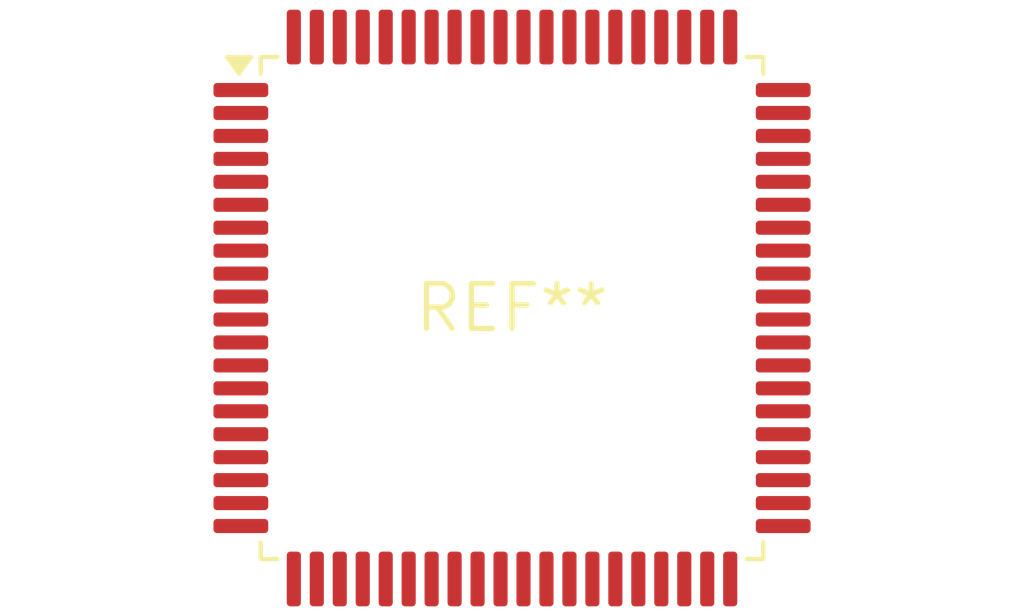
<source format=kicad_pcb>
(kicad_pcb (version 20240108) (generator pcbnew)
  (layers (0 "F.Cu" signal) (31 "B.Cu" signal) (34 "B.Paste" user) (35 "F.Paste" user) (36 "B.SilkS" user "B.Silkscreen") (37 "F.SilkS" user "F.Silkscreen") (38 "B.Mask" user) (39 "F.Mask" user) (44 "Edge.Cuts" user))
  (net 0 "")
  (footprint "LQFP-80_14x14mm_P0.65mm" (layer "F.Cu") (at 0 0)
    (property "Reference" "REF**")
    (property "Value" "LQFP-80_14x14mm_P0.65mm")
    (fp_line (start -7.11 -7.11) (end -7.11 -6.635) (layer "F.SilkS") (stroke (width 0.12)))
    (fp_line (start -7.11 7.11) (end -7.11 6.635) (layer "F.SilkS") (stroke (width 0.12)))
    (fp_line (start -6.635 -7.11) (end -7.11 -7.11) (layer "F.SilkS") (stroke (width 0.12)))
    (fp_line (start -6.635 7.11) (end -7.11 7.11) (layer "F.SilkS") (stroke (width 0.12)))
    (fp_line (start 6.635 -7.11) (end 7.11 -7.11) (layer "F.SilkS") (stroke (width 0.12)))
    (fp_line (start 6.635 7.11) (end 7.11 7.11) (layer "F.SilkS") (stroke (width 0.12)))
    (fp_line (start 7.11 -7.11) (end 7.11 -6.635) (layer "F.SilkS") (stroke (width 0.12)))
    (fp_line (start 7.11 7.11) (end 7.11 6.635) (layer "F.SilkS") (stroke (width 0.12)))
    (fp_poly (pts (xy -7.725 -6.635) (xy -8.065 -7.105) (xy -7.385 -7.105) (xy -7.725 -6.635)) (layer "F.SilkS") (stroke (width 0.12)) (fill solid))
    (pad "1" smd roundrect (at -7.675 -6.175) (size 1.55 0.4) (layers "F.Cu" "F.Paste" "F.Mask"))
    (pad "2" smd roundrect (at -7.675 -5.525) (size 1.55 0.4) (layers "F.Cu" "F.Paste" "F.Mask"))
    (pad "3" smd roundrect (at -7.675 -4.875) (size 1.55 0.4) (layers "F.Cu" "F.Paste" "F.Mask"))
    (pad "4" smd roundrect (at -7.675 -4.225) (size 1.55 0.4) (layers "F.Cu" "F.Paste" "F.Mask"))
    (pad "5" smd roundrect (at -7.675 -3.575) (size 1.55 0.4) (layers "F.Cu" "F.Paste" "F.Mask"))
    (pad "6" smd roundrect (at -7.675 -2.925) (size 1.55 0.4) (layers "F.Cu" "F.Paste" "F.Mask"))
    (pad "7" smd roundrect (at -7.675 -2.275) (size 1.55 0.4) (layers "F.Cu" "F.Paste" "F.Mask"))
    (pad "8" smd roundrect (at -7.675 -1.625) (size 1.55 0.4) (layers "F.Cu" "F.Paste" "F.Mask"))
    (pad "9" smd roundrect (at -7.675 -0.975) (size 1.55 0.4) (layers "F.Cu" "F.Paste" "F.Mask"))
    (pad "10" smd roundrect (at -7.675 -0.325) (size 1.55 0.4) (layers "F.Cu" "F.Paste" "F.Mask"))
    (pad "11" smd roundrect (at -7.675 0.325) (size 1.55 0.4) (layers "F.Cu" "F.Paste" "F.Mask"))
    (pad "12" smd roundrect (at -7.675 0.975) (size 1.55 0.4) (layers "F.Cu" "F.Paste" "F.Mask"))
    (pad "13" smd roundrect (at -7.675 1.625) (size 1.55 0.4) (layers "F.Cu" "F.Paste" "F.Mask"))
    (pad "14" smd roundrect (at -7.675 2.275) (size 1.55 0.4) (layers "F.Cu" "F.Paste" "F.Mask"))
    (pad "15" smd roundrect (at -7.675 2.925) (size 1.55 0.4) (layers "F.Cu" "F.Paste" "F.Mask"))
    (pad "16" smd roundrect (at -7.675 3.575) (size 1.55 0.4) (layers "F.Cu" "F.Paste" "F.Mask"))
    (pad "17" smd roundrect (at -7.675 4.225) (size 1.55 0.4) (layers "F.Cu" "F.Paste" "F.Mask"))
    (pad "18" smd roundrect (at -7.675 4.875) (size 1.55 0.4) (layers "F.Cu" "F.Paste" "F.Mask"))
    (pad "19" smd roundrect (at -7.675 5.525) (size 1.55 0.4) (layers "F.Cu" "F.Paste" "F.Mask"))
    (pad "20" smd roundrect (at -7.675 6.175) (size 1.55 0.4) (layers "F.Cu" "F.Paste" "F.Mask"))
    (pad "21" smd roundrect (at -6.175 7.675) (size 0.4 1.55) (layers "F.Cu" "F.Paste" "F.Mask"))
    (pad "22" smd roundrect (at -5.525 7.675) (size 0.4 1.55) (layers "F.Cu" "F.Paste" "F.Mask"))
    (pad "23" smd roundrect (at -4.875 7.675) (size 0.4 1.55) (layers "F.Cu" "F.Paste" "F.Mask"))
    (pad "24" smd roundrect (at -4.225 7.675) (size 0.4 1.55) (layers "F.Cu" "F.Paste" "F.Mask"))
    (pad "25" smd roundrect (at -3.575 7.675) (size 0.4 1.55) (layers "F.Cu" "F.Paste" "F.Mask"))
    (pad "26" smd roundrect (at -2.925 7.675) (size 0.4 1.55) (layers "F.Cu" "F.Paste" "F.Mask"))
    (pad "27" smd roundrect (at -2.275 7.675) (size 0.4 1.55) (layers "F.Cu" "F.Paste" "F.Mask"))
    (pad "28" smd roundrect (at -1.625 7.675) (size 0.4 1.55) (layers "F.Cu" "F.Paste" "F.Mask"))
    (pad "29" smd roundrect (at -0.975 7.675) (size 0.4 1.55) (layers "F.Cu" "F.Paste" "F.Mask"))
    (pad "30" smd roundrect (at -0.325 7.675) (size 0.4 1.55) (layers "F.Cu" "F.Paste" "F.Mask"))
    (pad "31" smd roundrect (at 0.325 7.675) (size 0.4 1.55) (layers "F.Cu" "F.Paste" "F.Mask"))
    (pad "32" smd roundrect (at 0.975 7.675) (size 0.4 1.55) (layers "F.Cu" "F.Paste" "F.Mask"))
    (pad "33" smd roundrect (at 1.625 7.675) (size 0.4 1.55) (layers "F.Cu" "F.Paste" "F.Mask"))
    (pad "34" smd roundrect (at 2.275 7.675) (size 0.4 1.55) (layers "F.Cu" "F.Paste" "F.Mask"))
    (pad "35" smd roundrect (at 2.925 7.675) (size 0.4 1.55) (layers "F.Cu" "F.Paste" "F.Mask"))
    (pad "36" smd roundrect (at 3.575 7.675) (size 0.4 1.55) (layers "F.Cu" "F.Paste" "F.Mask"))
    (pad "37" smd roundrect (at 4.225 7.675) (size 0.4 1.55) (layers "F.Cu" "F.Paste" "F.Mask"))
    (pad "38" smd roundrect (at 4.875 7.675) (size 0.4 1.55) (layers "F.Cu" "F.Paste" "F.Mask"))
    (pad "39" smd roundrect (at 5.525 7.675) (size 0.4 1.55) (layers "F.Cu" "F.Paste" "F.Mask"))
    (pad "40" smd roundrect (at 6.175 7.675) (size 0.4 1.55) (layers "F.Cu" "F.Paste" "F.Mask"))
    (pad "41" smd roundrect (at 7.675 6.175) (size 1.55 0.4) (layers "F.Cu" "F.Paste" "F.Mask"))
    (pad "42" smd roundrect (at 7.675 5.525) (size 1.55 0.4) (layers "F.Cu" "F.Paste" "F.Mask"))
    (pad "43" smd roundrect (at 7.675 4.875) (size 1.55 0.4) (layers "F.Cu" "F.Paste" "F.Mask"))
    (pad "44" smd roundrect (at 7.675 4.225) (size 1.55 0.4) (layers "F.Cu" "F.Paste" "F.Mask"))
    (pad "45" smd roundrect (at 7.675 3.575) (size 1.55 0.4) (layers "F.Cu" "F.Paste" "F.Mask"))
    (pad "46" smd roundrect (at 7.675 2.925) (size 1.55 0.4) (layers "F.Cu" "F.Paste" "F.Mask"))
    (pad "47" smd roundrect (at 7.675 2.275) (size 1.55 0.4) (layers "F.Cu" "F.Paste" "F.Mask"))
    (pad "48" smd roundrect (at 7.675 1.625) (size 1.55 0.4) (layers "F.Cu" "F.Paste" "F.Mask"))
    (pad "49" smd roundrect (at 7.675 0.975) (size 1.55 0.4) (layers "F.Cu" "F.Paste" "F.Mask"))
    (pad "50" smd roundrect (at 7.675 0.325) (size 1.55 0.4) (layers "F.Cu" "F.Paste" "F.Mask"))
    (pad "51" smd roundrect (at 7.675 -0.325) (size 1.55 0.4) (layers "F.Cu" "F.Paste" "F.Mask"))
    (pad "52" smd roundrect (at 7.675 -0.975) (size 1.55 0.4) (layers "F.Cu" "F.Paste" "F.Mask"))
    (pad "53" smd roundrect (at 7.675 -1.625) (size 1.55 0.4) (layers "F.Cu" "F.Paste" "F.Mask"))
    (pad "54" smd roundrect (at 7.675 -2.275) (size 1.55 0.4) (layers "F.Cu" "F.Paste" "F.Mask"))
    (pad "55" smd roundrect (at 7.675 -2.925) (size 1.55 0.4) (layers "F.Cu" "F.Paste" "F.Mask"))
    (pad "56" smd roundrect (at 7.675 -3.575) (size 1.55 0.4) (layers "F.Cu" "F.Paste" "F.Mask"))
    (pad "57" smd roundrect (at 7.675 -4.225) (size 1.55 0.4) (layers "F.Cu" "F.Paste" "F.Mask"))
    (pad "58" smd roundrect (at 7.675 -4.875) (size 1.55 0.4) (layers "F.Cu" "F.Paste" "F.Mask"))
    (pad "59" smd roundrect (at 7.675 -5.525) (size 1.55 0.4) (layers "F.Cu" "F.Paste" "F.Mask"))
    (pad "60" smd roundrect (at 7.675 -6.175) (size 1.55 0.4) (layers "F.Cu" "F.Paste" "F.Mask"))
    (pad "61" smd roundrect (at 6.175 -7.675) (size 0.4 1.55) (layers "F.Cu" "F.Paste" "F.Mask"))
    (pad "62" smd roundrect (at 5.525 -7.675) (size 0.4 1.55) (layers "F.Cu" "F.Paste" "F.Mask"))
    (pad "63" smd roundrect (at 4.875 -7.675) (size 0.4 1.55) (layers "F.Cu" "F.Paste" "F.Mask"))
    (pad "64" smd roundrect (at 4.225 -7.675) (size 0.4 1.55) (layers "F.Cu" "F.Paste" "F.Mask"))
    (pad "65" smd roundrect (at 3.575 -7.675) (size 0.4 1.55) (layers "F.Cu" "F.Paste" "F.Mask"))
    (pad "66" smd roundrect (at 2.925 -7.675) (size 0.4 1.55) (layers "F.Cu" "F.Paste" "F.Mask"))
    (pad "67" smd roundrect (at 2.275 -7.675) (size 0.4 1.55) (layers "F.Cu" "F.Paste" "F.Mask"))
    (pad "68" smd roundrect (at 1.625 -7.675) (size 0.4 1.55) (layers "F.Cu" "F.Paste" "F.Mask"))
    (pad "69" smd roundrect (at 0.975 -7.675) (size 0.4 1.55) (layers "F.Cu" "F.Paste" "F.Mask"))
    (pad "70" smd roundrect (at 0.325 -7.675) (size 0.4 1.55) (layers "F.Cu" "F.Paste" "F.Mask"))
    (pad "71" smd roundrect (at -0.325 -7.675) (size 0.4 1.55) (layers "F.Cu" "F.Paste" "F.Mask"))
    (pad "72" smd roundrect (at -0.975 -7.675) (size 0.4 1.55) (layers "F.Cu" "F.Paste" "F.Mask"))
    (pad "73" smd roundrect (at -1.625 -7.675) (size 0.4 1.55) (layers "F.Cu" "F.Paste" "F.Mask"))
    (pad "74" smd roundrect (at -2.275 -7.675) (size 0.4 1.55) (layers "F.Cu" "F.Paste" "F.Mask"))
    (pad "75" smd roundrect (at -2.925 -7.675) (size 0.4 1.55) (layers "F.Cu" "F.Paste" "F.Mask"))
    (pad "76" smd roundrect (at -3.575 -7.675) (size 0.4 1.55) (layers "F.Cu" "F.Paste" "F.Mask"))
    (pad "77" smd roundrect (at -4.225 -7.675) (size 0.4 1.55) (layers "F.Cu" "F.Paste" "F.Mask"))
    (pad "78" smd roundrect (at -4.875 -7.675) (size 0.4 1.55) (layers "F.Cu" "F.Paste" "F.Mask"))
    (pad "79" smd roundrect (at -5.525 -7.675) (size 0.4 1.55) (layers "F.Cu" "F.Paste" "F.Mask"))
    (pad "80" smd roundrect (at -6.175 -7.675) (size 0.4 1.55) (layers "F.Cu" "F.Paste" "F.Mask"))
  )
)
</source>
